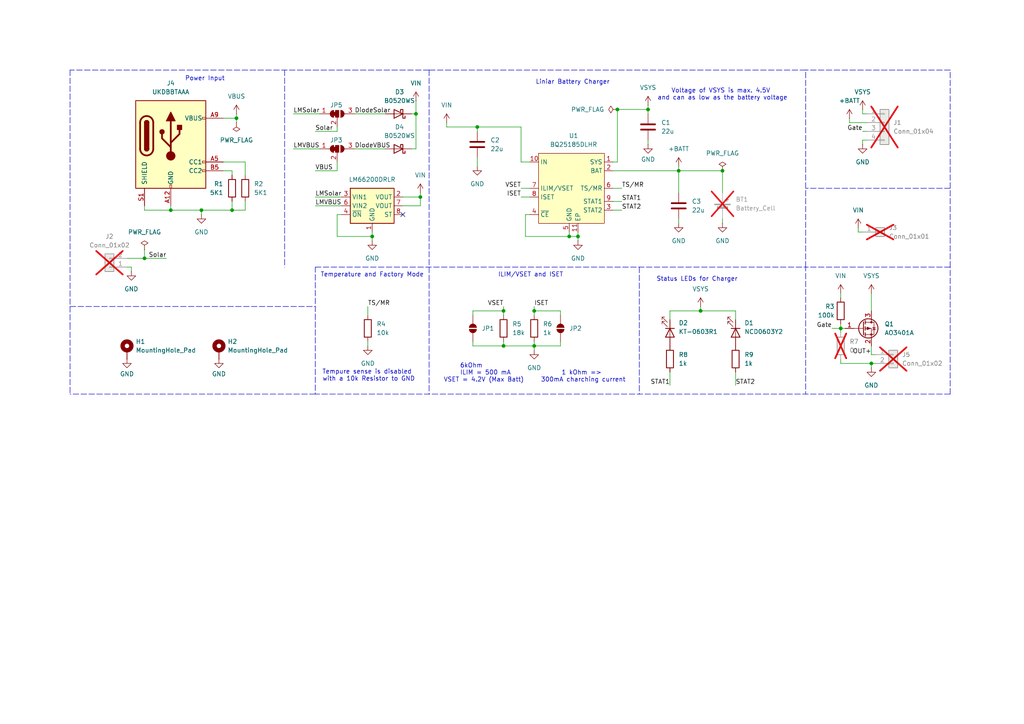
<source format=kicad_sch>
(kicad_sch (version 20250114) (generator "eeschema") (generator_version "9.0")
  (paper "A4")
  (lib_symbols
    (symbol "Connector:USB_C_Receptacle_PowerOnly_6P" (pin_names (offset 1.016))
      (property "Reference" "J" (at 0 16.51 0))
      (property "Value" "USB_C_Receptacle_PowerOnly_6P" (at 0 13.97 0))
      (symbol "USB_C_Receptacle_PowerOnly_6P_0_0"
        (rectangle (start -0.254 -12.7) (end 0.254 -11.684))
        (rectangle (start 10.16 7.874) (end 9.144 7.366))
        (rectangle (start 10.16 -4.826) (end 9.144 -5.334))
        (rectangle (start 10.16 -7.366) (end 9.144 -7.874))
      )
      (symbol "USB_C_Receptacle_PowerOnly_6P_0_1"
        (rectangle (start -10.16 12.7) (end 10.16 -12.7) (stroke (width 0.254)) (fill (type background)))
        (polyline (pts (xy -8.89 -1.27) (xy -8.89 6.35)) (stroke (width 0.508)))
        (rectangle (start -7.62 -1.27) (end -6.35 6.35) (stroke (width 0.254)) (fill (type outline)))
        (arc (start -7.62 6.35) (mid -6.985 6.9823) (end -6.35 6.35) (stroke (width 0.254)))
        (arc (start -7.62 6.35) (mid -6.985 6.9823) (end -6.35 6.35) (stroke (width 0.254)) (fill (type outline)))
        (arc (start -8.89 6.35) (mid -6.985 8.2467) (end -5.08 6.35) (stroke (width 0.508)))
        (arc (start -5.08 -1.27) (mid -6.985 -3.1667) (end -8.89 -1.27) (stroke (width 0.508)))
        (arc (start -6.35 -1.27) (mid -6.985 -1.9023) (end -7.62 -1.27) (stroke (width 0.254)))
        (arc (start -6.35 -1.27) (mid -6.985 -1.9023) (end -7.62 -1.27) (stroke (width 0.254)) (fill (type outline)))
        (polyline (pts (xy -5.08 6.35) (xy -5.08 -1.27)) (stroke (width 0.508)))
        (circle (center -2.54 3.683) (radius 0.635) (stroke (width 0.254)) (fill (type outline)))
        (polyline (pts (xy -1.27 6.858) (xy 0 9.398) (xy 1.27 6.858) (xy -1.27 6.858)) (stroke (width 0.254)) (fill (type outline)))
        (polyline (pts (xy 0 0.508) (xy 2.54 3.048) (xy 2.54 4.318)) (stroke (width 0.508)))
        (polyline (pts (xy 0 -0.762) (xy -2.54 1.778) (xy -2.54 3.048)) (stroke (width 0.508)))
        (polyline (pts (xy 0 -3.302) (xy 0 6.858)) (stroke (width 0.508)))
        (circle (center 0 -3.302) (radius 1.27) (fill (type outline)))
        (rectangle (start 1.905 4.318) (end 3.175 5.588) (stroke (width 0.254)) (fill (type outline)))
      )
      (symbol "USB_C_Receptacle_PowerOnly_6P_1_1"
        (pin passive line (at -7.62 -17.78 90) (length 5.08) (name "SHIELD") (number "S1"))
        (pin passive line (at 0 -17.78 90) (length 5.08) (name "GND") (number "A12"))
        (pin passive line (at 0 -17.78 90) (length 5.08) (hide yes) (name "GND") (number "B12"))
        (pin passive line (at 15.24 7.62 180) (length 5.08) (name "VBUS") (number "A9"))
        (pin passive line (at 15.24 7.62 180) (length 5.08) (hide yes) (name "VBUS") (number "B9"))
        (pin bidirectional line (at 15.24 -5.08 180) (length 5.08) (name "CC1") (number "A5"))
        (pin bidirectional line (at 15.24 -7.62 180) (length 5.08) (name "CC2") (number "B5"))
      )
    )
    (symbol "Connector_Generic:Conn_01x01" (pin_names (offset 1.016) (hide yes))
      (property "Reference" "J" (at 0 2.54 0))
      (property "Value" "Conn_01x01" (at 0 -2.54 0))
      (symbol "Conn_01x01_1_1"
        (rectangle (start -1.27 1.27) (end 1.27 -1.27) (stroke (width 0.254)) (fill (type background)))
        (rectangle (start -1.27 0.127) (end 0 -0.127) (stroke (width 0.1524)))
        (pin passive line (at -5.08 0 0) (length 3.81) (name "Pin_1") (number "1"))
      )
    )
    (symbol "Connector_Generic:Conn_01x02" (pin_names (offset 1.016) (hide yes))
      (property "Reference" "J" (at 0 2.54 0))
      (property "Value" "Conn_01x02" (at 0 -5.08 0))
      (symbol "Conn_01x02_1_1"
        (rectangle (start -1.27 1.27) (end 1.27 -3.81) (stroke (width 0.254)) (fill (type background)))
        (rectangle (start -1.27 0.127) (end 0 -0.127) (stroke (width 0.1524)))
        (rectangle (start -1.27 -2.413) (end 0 -2.667) (stroke (width 0.1524)))
        (pin passive line (at -5.08 0 0) (length 3.81) (name "Pin_1") (number "1"))
        (pin passive line (at -5.08 -2.54 0) (length 3.81) (name "Pin_2") (number "2"))
      )
    )
    (symbol "Connector_Generic:Conn_01x04" (pin_names (offset 1.016) (hide yes))
      (property "Reference" "J" (at 0 5.08 0))
      (property "Value" "Conn_01x04" (at 0 -7.62 0))
      (symbol "Conn_01x04_1_1"
        (rectangle (start -1.27 3.81) (end 1.27 -6.35) (stroke (width 0.254)) (fill (type background)))
        (rectangle (start -1.27 2.667) (end 0 2.413) (stroke (width 0.1524)))
        (rectangle (start -1.27 0.127) (end 0 -0.127) (stroke (width 0.1524)))
        (rectangle (start -1.27 -2.413) (end 0 -2.667) (stroke (width 0.1524)))
        (rectangle (start -1.27 -4.953) (end 0 -5.207) (stroke (width 0.1524)))
        (pin passive line (at -5.08 2.54 0) (length 3.81) (name "Pin_1") (number "1"))
        (pin passive line (at -5.08 0 0) (length 3.81) (name "Pin_2") (number "2"))
        (pin passive line (at -5.08 -2.54 0) (length 3.81) (name "Pin_3") (number "3"))
        (pin passive line (at -5.08 -5.08 0) (length 3.81) (name "Pin_4") (number "4"))
      )
    )
    (symbol "Device:Battery_Cell" (pin_numbers (hide yes)) (pin_names (offset 0) (hide yes))
      (property "Reference" "BT" (at 2.54 2.54 0))
      (property "Value" "Battery_Cell" (at 2.54 0 0))
      (symbol "Battery_Cell_0_1"
        (rectangle (start -2.286 1.778) (end 2.286 1.524) (fill (type outline)))
        (rectangle (start -1.524 1.016) (end 1.524 0.508) (fill (type outline)))
        (polyline (pts (xy 0 1.778) (xy 0 2.54)))
        (polyline (pts (xy 0 0.762) (xy 0 0)))
        (polyline (pts (xy 0.762 3.048) (xy 1.778 3.048)) (stroke (width 0.254)))
        (polyline (pts (xy 1.27 3.556) (xy 1.27 2.54)) (stroke (width 0.254)))
      )
      (symbol "Battery_Cell_1_1"
        (pin passive line (at 0 5.08 270) (length 2.54) (name "+") (number "1"))
        (pin passive line (at 0 -2.54 90) (length 2.54) (name "-") (number "2"))
      )
    )
    (symbol "Device:C" (pin_numbers (hide yes)) (pin_names (offset 0.254))
      (property "Reference" "C" (at 0.635 2.54 0))
      (property "Value" "C" (at 0.635 -2.54 0))
      (symbol "C_0_1"
        (polyline (pts (xy -2.032 0.762) (xy 2.032 0.762)) (stroke (width 0.508)))
        (polyline (pts (xy -2.032 -0.762) (xy 2.032 -0.762)) (stroke (width 0.508)))
      )
      (symbol "C_1_1"
        (pin passive line (at 0 3.81 270) (length 2.794) (name "~") (number "1"))
        (pin passive line (at 0 -3.81 90) (length 2.794) (name "~") (number "2"))
      )
    )
    (symbol "Device:D_Schottky" (pin_numbers (hide yes)) (pin_names (offset 1.016) (hide yes))
      (property "Reference" "D" (at 0 2.54 0))
      (property "Value" "D_Schottky" (at 0 -2.54 0))
      (symbol "D_Schottky_0_1"
        (polyline (pts (xy -1.905 0.635) (xy -1.905 1.27) (xy -1.27 1.27) (xy -1.27 -1.27) (xy -0.635 -1.27) (xy -0.635 -0.635)) (stroke (width 0.254)))
        (polyline (pts (xy 1.27 1.27) (xy 1.27 -1.27) (xy -1.27 0) (xy 1.27 1.27)) (stroke (width 0.254)))
        (polyline (pts (xy 1.27 0) (xy -1.27 0)))
      )
      (symbol "D_Schottky_1_1"
        (pin passive line (at -3.81 0 0) (length 2.54) (name "K") (number "1"))
        (pin passive line (at 3.81 0 180) (length 2.54) (name "A") (number "2"))
      )
    )
    (symbol "Device:LED" (pin_numbers (hide yes)) (pin_names (offset 1.016) (hide yes))
      (property "Reference" "D" (at 0 2.54 0))
      (property "Value" "LED" (at 0 -2.54 0))
      (symbol "LED_0_1"
        (polyline (pts (xy -3.048 -0.762) (xy -4.572 -2.286) (xy -3.81 -2.286) (xy -4.572 -2.286) (xy -4.572 -1.524)))
        (polyline (pts (xy -1.778 -0.762) (xy -3.302 -2.286) (xy -2.54 -2.286) (xy -3.302 -2.286) (xy -3.302 -1.524)))
        (polyline (pts (xy -1.27 0) (xy 1.27 0)))
        (polyline (pts (xy -1.27 -1.27) (xy -1.27 1.27)) (stroke (width 0.254)))
        (polyline (pts (xy 1.27 -1.27) (xy 1.27 1.27) (xy -1.27 0) (xy 1.27 -1.27)) (stroke (width 0.254)))
      )
      (symbol "LED_1_1"
        (pin passive line (at -3.81 0 0) (length 2.54) (name "K") (number "1"))
        (pin passive line (at 3.81 0 180) (length 2.54) (name "A") (number "2"))
      )
    )
    (symbol "Device:R" (pin_numbers (hide yes)) (pin_names (offset 0))
      (property "Reference" "R" (at 2.032 0 90))
      (property "Value" "R" (at 0 0 90))
      (symbol "R_0_1"
        (rectangle (start -1.016 -2.54) (end 1.016 2.54) (stroke (width 0.254)))
      )
      (symbol "R_1_1"
        (pin passive line (at 0 3.81 270) (length 1.27) (name "~") (number "1"))
        (pin passive line (at 0 -3.81 90) (length 1.27) (name "~") (number "2"))
      )
    )
    (symbol "EasyCAD:BQ25185DLHR"
      (property "Reference" "U" (at 0 10.16 0))
      (symbol "BQ25185DLHR_0_1"
        (pin unspecified line (at -12.7 5.08 0) (length 2.54) (name "IN") (number "10"))
        (pin unspecified line (at -12.7 -2.54 0) (length 2.54) (name "ILIM/VSET") (number "7"))
        (pin unspecified line (at -12.7 -5.08 0) (length 2.54) (name "ISET") (number "8"))
        (pin unspecified line (at -12.7 -10.16 0) (length 2.54) (name "~{CE}") (number "4"))
        (pin unspecified line (at -1.27 -15.24 90) (length 2.54) (name "GND") (number "5"))
        (pin unspecified line (at 1.27 -15.24 90) (length 2.54) (name "EP") (number "11"))
        (pin unspecified line (at 11.43 5.08 180) (length 2.54) (name "SYS") (number "1"))
        (pin unspecified line (at 11.43 2.54 180) (length 2.54) (name "BAT") (number "2"))
        (pin unspecified line (at 11.43 -2.54 180) (length 2.54) (name "TS/MR") (number "6"))
        (pin unspecified line (at 11.43 -6.35 180) (length 2.54) (name "STAT1") (number "9"))
        (pin unspecified line (at 11.43 -8.89 180) (length 2.54) (name "STAT2") (number "3"))
      )
      (symbol "BQ25185DLHR_1_1"
        (rectangle (start -10.16 7.62) (end 8.89 -12.7) (fill (type background)))
      )
    )
    (symbol "Jumper:SolderJumper_2_Open" (pin_numbers (hide yes)) (pin_names (offset 0) (hide yes)) (in_bom no)
      (property "Reference" "JP" (at 0 2.032 0))
      (property "Value" "SolderJumper_2_Open" (at 0 -2.54 0))
      (symbol "SolderJumper_2_Open_0_1"
        (polyline (pts (xy -0.254 1.016) (xy -0.254 -1.016)))
        (arc (start -0.254 -1.016) (mid -1.2656 0) (end -0.254 1.016))
        (arc (start -0.254 -1.016) (mid -1.2656 0) (end -0.254 1.016) (fill (type outline)))
        (arc (start 0.254 1.016) (mid 1.2656 0) (end 0.254 -1.016))
        (arc (start 0.254 1.016) (mid 1.2656 0) (end 0.254 -1.016) (fill (type outline)))
        (polyline (pts (xy 0.254 1.016) (xy 0.254 -1.016)))
      )
      (symbol "SolderJumper_2_Open_1_1"
        (pin passive line (at -3.81 0 0) (length 2.54) (name "A") (number "1"))
        (pin passive line (at 3.81 0 180) (length 2.54) (name "B") (number "2"))
      )
    )
    (symbol "Jumper:SolderJumper_3_Bridged12" (pin_names (offset 0) (hide yes)) (in_bom no)
      (property "Reference" "JP" (at -2.54 -2.54 0))
      (property "Value" "SolderJumper_3_Bridged12" (at 0 2.794 0))
      (symbol "SolderJumper_3_Bridged12_0_1"
        (polyline (pts (xy -2.54 0) (xy -2.032 0)))
        (polyline (pts (xy -1.016 1.016) (xy -1.016 -1.016)))
        (rectangle (start -1.016 0.508) (end -0.508 -0.508) (fill (type outline)))
        (arc (start -1.016 -1.016) (mid -2.0276 0) (end -1.016 1.016))
        (arc (start -1.016 -1.016) (mid -2.0276 0) (end -1.016 1.016) (fill (type outline)))
        (rectangle (start -0.508 1.016) (end 0.508 -1.016) (fill (type outline)))
        (polyline (pts (xy 0 -1.27) (xy 0 -1.016)))
        (arc (start 1.016 1.016) (mid 2.0276 0) (end 1.016 -1.016))
        (arc (start 1.016 1.016) (mid 2.0276 0) (end 1.016 -1.016) (fill (type outline)))
        (polyline (pts (xy 1.016 1.016) (xy 1.016 -1.016)))
        (polyline (pts (xy 2.54 0) (xy 2.032 0)))
      )
      (symbol "SolderJumper_3_Bridged12_1_1"
        (pin passive line (at -5.08 0 0) (length 2.54) (name "A") (number "1"))
        (pin passive line (at 0 -3.81 90) (length 2.54) (name "C") (number "2"))
        (pin passive line (at 5.08 0 180) (length 2.54) (name "B") (number "3"))
      )
    )
    (symbol "Mechanical:MountingHole_Pad" (pin_numbers (hide yes)) (pin_names (offset 1.016) (hide yes)) (in_bom no)
      (property "Reference" "H" (at 0 6.35 0))
      (property "Value" "MountingHole_Pad" (at 0 4.445 0))
      (symbol "MountingHole_Pad_0_1"
        (circle (center 0 1.27) (radius 1.27) (stroke (width 1.27)))
      )
      (symbol "MountingHole_Pad_1_1"
        (pin input line (at 0 -2.54 90) (length 2.54) (name "1") (number "1"))
      )
    )
    (symbol "TI:LM66200DRLR"
      (property "Reference" "U" (at -5.08 6.096 0))
      (property "Value" "LM66200DRLR" (at 0.254 -6.35 0))
      (symbol "LM66200DRLR_0_1"
        (rectangle (start -5.08 5.08) (end 7.62 -5.08) (stroke (width 0.254)) (fill (type background)))
      )
      (symbol "LM66200DRLR_1_0"
        (pin power_in line (at 1.27 -7.62 90) (length 2.54) (hide yes) (name "GND") (number "5"))
      )
      (symbol "LM66200DRLR_1_1"
        (pin power_in line (at -7.62 2.54 0) (length 2.54) (name "VIN1") (number "3"))
        (pin power_in line (at -7.62 0 0) (length 2.54) (name "VIN2") (number "6"))
        (pin input line (at -7.62 -2.54 0) (length 2.54) (name "~{ON}") (number "4"))
        (pin power_in line (at 1.27 -7.62 90) (length 2.54) (name "GND") (number "1"))
        (pin power_out line (at 10.16 2.54 180) (length 2.54) (name "VOUT") (number "2"))
        (pin power_out line (at 10.16 0 180) (length 2.54) (name "VOUT") (number "7"))
        (pin open_collector line (at 10.16 -2.54 180) (length 2.54) (name "ST") (number "8"))
      )
    )
    (symbol "Transistor_FET:AO3401A" (pin_names (hide yes))
      (property "Reference" "Q" (at 5.08 1.905 0))
      (property "Value" "AO3401A" (at 5.08 0 0))
      (symbol "AO3401A_0_1"
        (polyline (pts (xy 0.254 1.905) (xy 0.254 -1.905)) (stroke (width 0.254)))
        (polyline (pts (xy 0.254 0) (xy -2.54 0)))
        (polyline (pts (xy 0.762 2.286) (xy 0.762 1.27)) (stroke (width 0.254)))
        (polyline (pts (xy 0.762 1.778) (xy 3.302 1.778) (xy 3.302 -1.778) (xy 0.762 -1.778)))
        (polyline (pts (xy 0.762 0.508) (xy 0.762 -0.508)) (stroke (width 0.254)))
        (polyline (pts (xy 0.762 -1.27) (xy 0.762 -2.286)) (stroke (width 0.254)))
        (circle (center 1.651 0) (radius 2.794) (stroke (width 0.254)))
        (polyline (pts (xy 2.286 0) (xy 1.27 0.381) (xy 1.27 -0.381) (xy 2.286 0)) (fill (type outline)))
        (polyline (pts (xy 2.54 2.54) (xy 2.54 1.778)))
        (circle (center 2.54 1.778) (radius 0.254) (fill (type outline)))
        (circle (center 2.54 -1.778) (radius 0.254) (fill (type outline)))
        (polyline (pts (xy 2.54 -2.54) (xy 2.54 0) (xy 0.762 0)))
        (polyline (pts (xy 2.794 -0.508) (xy 2.921 -0.381) (xy 3.683 -0.381) (xy 3.81 -0.254)))
        (polyline (pts (xy 3.302 -0.381) (xy 2.921 0.254) (xy 3.683 0.254) (xy 3.302 -0.381)))
      )
      (symbol "AO3401A_1_1"
        (pin input line (at -5.08 0 0) (length 2.54) (name "G") (number "1"))
        (pin passive line (at 2.54 5.08 270) (length 2.54) (name "D") (number "3"))
        (pin passive line (at 2.54 -5.08 90) (length 2.54) (name "S") (number "2"))
      )
    )
    (symbol "power:+BATT" (power) (pin_numbers (hide yes)) (pin_names (offset 0) (hide yes))
      (property "Value" "+BATT" (at 0 3.556 0))
      (symbol "+BATT_0_1"
        (polyline (pts (xy -0.762 1.27) (xy 0 2.54)))
        (polyline (pts (xy 0 2.54) (xy 0.762 1.27)))
        (polyline (pts (xy 0 0) (xy 0 2.54)))
      )
      (symbol "+BATT_1_1"
        (pin power_in line (at 0 0 90) (length 0) (name "~") (number "1"))
      )
    )
    (symbol "power:GND" (power) (pin_numbers (hide yes)) (pin_names (offset 0) (hide yes))
      (property "Value" "GND" (at 0 -3.81 0))
      (symbol "GND_0_1"
        (polyline (pts (xy 0 0) (xy 0 -1.27) (xy 1.27 -1.27) (xy 0 -2.54) (xy -1.27 -1.27) (xy 0 -1.27)))
      )
      (symbol "GND_1_1"
        (pin power_in line (at 0 0 270) (length 0) (name "~") (number "1"))
      )
    )
    (symbol "power:PWR_FLAG" (power) (pin_numbers (hide yes)) (pin_names (offset 0) (hide yes))
      (property "Value" "PWR_FLAG" (at 0 3.81 0))
      (symbol "PWR_FLAG_0_0"
        (pin power_out line (at 0 0 90) (length 0) (name "~") (number "1"))
      )
      (symbol "PWR_FLAG_0_1"
        (polyline (pts (xy 0 0) (xy 0 1.27) (xy -1.016 1.905) (xy 0 2.54) (xy 1.016 1.905) (xy 0 1.27)))
      )
    )
    (symbol "power:VBUS" (power) (pin_numbers (hide yes)) (pin_names (offset 0) (hide yes))
      (property "Value" "VBUS" (at 0 3.556 0))
      (symbol "VBUS_0_1"
        (polyline (pts (xy -0.762 1.27) (xy 0 2.54)))
        (polyline (pts (xy 0 2.54) (xy 0.762 1.27)))
        (polyline (pts (xy 0 0) (xy 0 2.54)))
      )
      (symbol "VBUS_1_1"
        (pin power_in line (at 0 0 90) (length 0) (name "~") (number "1"))
      )
    )
    (symbol "power:VDD" (power) (pin_numbers (hide yes)) (pin_names (offset 0) (hide yes))
      (property "Value" "VDD" (at 0 3.556 0))
      (symbol "VDD_0_1"
        (polyline (pts (xy -0.762 1.27) (xy 0 2.54)))
        (polyline (pts (xy 0 2.54) (xy 0.762 1.27)))
        (polyline (pts (xy 0 0) (xy 0 2.54)))
      )
      (symbol "VDD_1_1"
        (pin power_in line (at 0 0 90) (length 0) (name "~") (number "1"))
      )
    )
  )
  (rectangle (start 91.44 77.47) (end 233.68 114.3) (stroke (width 0) (type dash)))
  (text "Status LEDs for Charger\n" (at 202.184 81.026 0) (effects (font (size 1.27 1.27))))
  (text "1 kOhm => \n300mA charching current\n" (at 169.164 109.22 0) (effects (font (size 1.27 1.27))))
  (text "Power Input\n" (at 59.436 22.86 0) (effects (font (size 1.27 1.27))))
  (text "ILIM/VSET and ISET" (at 153.924 79.756 0) (effects (font (size 1.27 1.27))))
  (text "Voltage of VSYS is max. 4.5V \nand can as low as the battery voltage" (at 209.55 27.432 0) (effects (font (size 1.27 1.27))))
  (text "Liniar Battery Charger\n" (at 166.116 23.876 0) (effects (font (size 1.27 1.27))))
  (text "Temperature and Factory Mode" (at 107.95 79.756 0) (effects (font (size 1.27 1.27))))
  (text "Tempure sense is disabled \nwith a 10k Resistor to GND\n" (at 106.934 108.966 0) (effects (font (size 1.27 1.27))))
  (text "6kOhm 	\n	ILIM = 500 mA\n	VSET = 4.2V (Max Batt) " (at 138.43 108.204 0) (effects (font (size 1.27 1.27))))
  (junction (at 179.07 31.75))
  (junction (at 138.43 36.83))
  (junction (at 68.58 34.29))
  (junction (at 252.73 105.41))
  (junction (at 58.42 60.96))
  (junction (at 107.95 68.58))
  (junction (at 203.2 90.17))
  (junction (at 49.53 60.96))
  (junction (at 154.94 100.33))
  (junction (at 243.84 95.25))
  (junction (at 165.1 68.58))
  (junction (at 41.91 74.93))
  (junction (at 187.96 31.75))
  (junction (at 154.94 90.17))
  (junction (at 121.92 57.15))
  (junction (at 120.65 33.02))
  (junction (at 209.55 49.53))
  (junction (at 146.05 100.33))
  (junction (at 196.85 49.53))
  (junction (at 146.05 90.17))
  (junction (at 167.64 68.58))
  (junction (at 67.31 60.96))
  (no_connect (at 116.84 62.23))
  (wire (pts (xy 119.38 43.18) (xy 120.65 43.18)))
  (wire (pts (xy 146.05 99.06) (xy 146.05 100.33)))
  (wire (pts (xy 85.09 33.02) (xy 92.71 33.02)))
  (polyline (pts (xy 275.59 20.32) (xy 233.68 20.32)) (stroke (width 0) (type dash)))
  (wire (pts (xy 187.96 30.48) (xy 187.96 31.75)))
  (polyline (pts (xy 124.46 77.47) (xy 124.46 114.3)) (stroke (width 0) (type dash)))
  (wire (pts (xy 137.16 90.17) (xy 146.05 90.17)))
  (wire (pts (xy 196.85 48.26) (xy 196.85 49.53)))
  (wire (pts (xy 165.1 67.31) (xy 165.1 68.58)))
  (wire (pts (xy 137.16 100.33) (xy 146.05 100.33)))
  (wire (pts (xy 85.09 43.18) (xy 92.71 43.18)))
  (wire (pts (xy 106.68 88.9) (xy 106.68 91.44)))
  (wire (pts (xy 106.68 100.33) (xy 106.68 99.06)))
  (wire (pts (xy 154.94 90.17) (xy 162.56 90.17)))
  (wire (pts (xy 251.46 40.64) (xy 250.19 40.64)))
  (wire (pts (xy 38.1 77.47) (xy 38.1 78.74)))
  (wire (pts (xy 187.96 33.02) (xy 187.96 31.75)))
  (wire (pts (xy 194.31 90.17) (xy 203.2 90.17)))
  (polyline (pts (xy 20.32 93.98) (xy 20.32 114.3)) (stroke (width 0) (type dash)))
  (wire (pts (xy 194.31 90.17) (xy 194.31 92.71)))
  (wire (pts (xy 97.79 46.99) (xy 97.79 49.53)))
  (wire (pts (xy 97.79 36.83) (xy 97.79 38.1)))
  (wire (pts (xy 252.73 85.09) (xy 252.73 90.17)))
  (wire (pts (xy 177.8 60.96) (xy 180.34 60.96)))
  (wire (pts (xy 68.58 33.02) (xy 68.58 34.29)))
  (wire (pts (xy 153.67 62.23) (xy 152.4 62.23)))
  (wire (pts (xy 41.91 60.96) (xy 49.53 60.96)))
  (wire (pts (xy 99.06 62.23) (xy 97.79 62.23)))
  (polyline (pts (xy 275.59 77.47) (xy 275.59 20.32)) (stroke (width 0) (type dash)))
  (wire (pts (xy 151.13 54.61) (xy 153.67 54.61)))
  (wire (pts (xy 107.95 68.58) (xy 107.95 69.85)))
  (wire (pts (xy 243.84 105.41) (xy 243.84 104.14)))
  (wire (pts (xy 102.87 43.18) (xy 111.76 43.18)))
  (polyline (pts (xy 233.68 77.47) (xy 233.68 20.32)) (stroke (width 0) (type dash)))
  (wire (pts (xy 167.64 68.58) (xy 167.64 69.85)))
  (wire (pts (xy 179.07 46.99) (xy 179.07 31.75)))
  (wire (pts (xy 58.42 60.96) (xy 58.42 62.23)))
  (wire (pts (xy 152.4 68.58) (xy 165.1 68.58)))
  (polyline (pts (xy 20.32 20.32) (xy 20.32 93.98)) (stroke (width 0) (type dash)))
  (wire (pts (xy 116.84 59.69) (xy 121.92 59.69)))
  (wire (pts (xy 154.94 99.06) (xy 154.94 100.33)))
  (wire (pts (xy 154.94 100.33) (xy 154.94 101.6)))
  (wire (pts (xy 137.16 99.06) (xy 137.16 100.33)))
  (wire (pts (xy 250.19 38.1) (xy 251.46 38.1)))
  (wire (pts (xy 246.38 35.56) (xy 251.46 35.56)))
  (wire (pts (xy 146.05 100.33) (xy 154.94 100.33)))
  (wire (pts (xy 254 102.87) (xy 252.73 102.87)))
  (wire (pts (xy 213.36 107.95) (xy 213.36 111.76)))
  (wire (pts (xy 248.92 66.04) (xy 248.92 67.31)))
  (wire (pts (xy 177.8 46.99) (xy 179.07 46.99)))
  (wire (pts (xy 245.11 95.25) (xy 243.84 95.25)))
  (wire (pts (xy 120.65 33.02) (xy 120.65 29.21)))
  (wire (pts (xy 119.38 33.02) (xy 120.65 33.02)))
  (wire (pts (xy 97.79 49.53) (xy 91.44 49.53)))
  (wire (pts (xy 246.38 34.29) (xy 246.38 35.56)))
  (polyline (pts (xy 124.46 20.32) (xy 20.32 20.32)) (stroke (width 0) (type dash)))
  (wire (pts (xy 177.8 49.53) (xy 196.85 49.53)))
  (polyline (pts (xy 91.44 114.3) (xy 20.32 114.3)) (stroke (width 0) (type dash)))
  (wire (pts (xy 151.13 46.99) (xy 153.67 46.99)))
  (wire (pts (xy 250.19 33.02) (xy 251.46 33.02)))
  (wire (pts (xy 213.36 90.17) (xy 213.36 92.71)))
  (wire (pts (xy 151.13 36.83) (xy 151.13 46.99)))
  (wire (pts (xy 68.58 35.56) (xy 68.58 34.29)))
  (wire (pts (xy 58.42 60.96) (xy 67.31 60.96)))
  (wire (pts (xy 121.92 57.15) (xy 121.92 59.69)))
  (wire (pts (xy 67.31 58.42) (xy 67.31 60.96)))
  (wire (pts (xy 49.53 59.69) (xy 49.53 60.96)))
  (polyline (pts (xy 20.32 88.9) (xy 91.44 88.9)) (stroke (width 0) (type dash)))
  (wire (pts (xy 64.77 49.53) (xy 67.31 49.53)))
  (polyline (pts (xy 275.59 114.3) (xy 275.59 77.47)) (stroke (width 0) (type dash)))
  (wire (pts (xy 177.8 54.61) (xy 180.34 54.61)))
  (wire (pts (xy 243.84 85.09) (xy 243.84 86.36)))
  (wire (pts (xy 49.53 60.96) (xy 58.42 60.96)))
  (wire (pts (xy 152.4 62.23) (xy 152.4 68.58)))
  (wire (pts (xy 146.05 88.9) (xy 146.05 90.17)))
  (wire (pts (xy 138.43 36.83) (xy 151.13 36.83)))
  (wire (pts (xy 254 105.41) (xy 252.73 105.41)))
  (wire (pts (xy 243.84 105.41) (xy 252.73 105.41)))
  (wire (pts (xy 71.12 50.8) (xy 71.12 46.99)))
  (wire (pts (xy 146.05 90.17) (xy 146.05 91.44)))
  (wire (pts (xy 121.92 55.88) (xy 121.92 57.15)))
  (wire (pts (xy 91.44 59.69) (xy 99.06 59.69)))
  (wire (pts (xy 129.54 35.56) (xy 129.54 36.83)))
  (wire (pts (xy 252.73 105.41) (xy 252.73 106.68)))
  (wire (pts (xy 120.65 43.18) (xy 120.65 33.02)))
  (wire (pts (xy 203.2 90.17) (xy 213.36 90.17)))
  (wire (pts (xy 252.73 100.33) (xy 252.73 102.87)))
  (wire (pts (xy 167.64 67.31) (xy 167.64 68.58)))
  (wire (pts (xy 91.44 57.15) (xy 99.06 57.15)))
  (wire (pts (xy 187.96 40.64) (xy 187.96 41.91)))
  (wire (pts (xy 41.91 59.69) (xy 41.91 60.96)))
  (wire (pts (xy 203.2 90.17) (xy 203.2 88.9)))
  (polyline (pts (xy 82.55 20.32) (xy 82.55 77.47)) (stroke (width 0) (type dash)))
  (wire (pts (xy 154.94 88.9) (xy 154.94 90.17)))
  (wire (pts (xy 209.55 55.88) (xy 209.55 49.53)))
  (wire (pts (xy 67.31 49.53) (xy 67.31 50.8)))
  (wire (pts (xy 36.83 77.47) (xy 38.1 77.47)))
  (wire (pts (xy 71.12 58.42) (xy 71.12 60.96)))
  (polyline (pts (xy 124.46 20.32) (xy 124.46 77.47)) (stroke (width 0) (type dash)))
  (wire (pts (xy 162.56 91.44) (xy 162.56 90.17)))
  (wire (pts (xy 241.3 95.25) (xy 243.84 95.25)))
  (wire (pts (xy 116.84 57.15) (xy 121.92 57.15)))
  (wire (pts (xy 138.43 38.1) (xy 138.43 36.83)))
  (polyline (pts (xy 275.59 77.47) (xy 233.68 77.47)) (stroke (width 0) (type dash)))
  (polyline (pts (xy 185.42 77.47) (xy 185.42 114.3)) (stroke (width 0) (type dash)))
  (wire (pts (xy 209.55 63.5) (xy 209.55 64.77)))
  (wire (pts (xy 196.85 49.53) (xy 196.85 55.88)))
  (wire (pts (xy 138.43 45.72) (xy 138.43 48.26)))
  (polyline (pts (xy 275.59 114.3) (xy 233.68 114.3)) (stroke (width 0) (type dash)))
  (wire (pts (xy 64.77 34.29) (xy 68.58 34.29)))
  (wire (pts (xy 196.85 64.77) (xy 196.85 63.5)))
  (wire (pts (xy 91.44 38.1) (xy 97.79 38.1)))
  (wire (pts (xy 97.79 68.58) (xy 107.95 68.58)))
  (wire (pts (xy 165.1 68.58) (xy 167.64 68.58)))
  (wire (pts (xy 36.83 74.93) (xy 41.91 74.93)))
  (wire (pts (xy 194.31 107.95) (xy 194.31 111.76)))
  (wire (pts (xy 41.91 72.39) (xy 41.91 74.93)))
  (polyline (pts (xy 233.68 20.32) (xy 124.46 20.32)) (stroke (width 0) (type dash)))
  (wire (pts (xy 154.94 100.33) (xy 162.56 100.33)))
  (wire (pts (xy 97.79 62.23) (xy 97.79 68.58)))
  (wire (pts (xy 250.19 40.64) (xy 250.19 41.91)))
  (wire (pts (xy 248.92 67.31) (xy 250.19 67.31)))
  (wire (pts (xy 250.19 31.75) (xy 250.19 33.02)))
  (wire (pts (xy 102.87 33.02) (xy 111.76 33.02)))
  (wire (pts (xy 179.07 31.75) (xy 187.96 31.75)))
  (wire (pts (xy 129.54 36.83) (xy 138.43 36.83)))
  (wire (pts (xy 137.16 91.44) (xy 137.16 90.17)))
  (wire (pts (xy 41.91 74.93) (xy 48.26 74.93)))
  (wire (pts (xy 67.31 60.96) (xy 71.12 60.96)))
  (wire (pts (xy 196.85 49.53) (xy 209.55 49.53)))
  (wire (pts (xy 107.95 67.31) (xy 107.95 68.58)))
  (wire (pts (xy 154.94 90.17) (xy 154.94 91.44)))
  (wire (pts (xy 162.56 99.06) (xy 162.56 100.33)))
  (polyline (pts (xy 275.59 54.61) (xy 233.68 54.61)) (stroke (width 0) (type dash)))
  (wire (pts (xy 243.84 95.25) (xy 243.84 96.52)))
  (wire (pts (xy 177.8 58.42) (xy 180.34 58.42)))
  (wire (pts (xy 151.13 57.15) (xy 153.67 57.15)))
  (wire (pts (xy 243.84 93.98) (xy 243.84 95.25)))
  (wire (pts (xy 71.12 46.99) (xy 64.77 46.99)))
  (label "VBUS" (at 91.44 49.53 0))
  (label "STAT1" (at 194.31 111.76 180))
  (label "OUT+" (at 252.73 102.87 180))
  (label "ISET" (at 154.94 88.9 0))
  (label "DiodeSolar" (at 102.87 33.02 0))
  (label "Gate" (at 250.19 38.1 180))
  (label "LMSolar" (at 85.09 33.02 0))
  (label "TS{slash}MR" (at 106.68 88.9 0))
  (label "STAT2" (at 213.36 111.76 0))
  (label "LMVBUS" (at 91.44 59.69 0))
  (label "Solar" (at 48.26 74.93 180))
  (label "Gate" (at 241.3 95.25 180))
  (label "ISET" (at 151.13 57.15 180))
  (label "STAT2" (at 180.34 60.96 0))
  (label "VSET" (at 151.13 54.61 180))
  (label "Solar" (at 91.44 38.1 0))
  (label "DiodeVBUS" (at 102.87 43.18 0))
  (label "VSET" (at 146.05 88.9 180))
  (label "LMVBUS" (at 85.09 43.18 0))
  (label "LMSolar" (at 91.44 57.15 0))
  (label "STAT1" (at 180.34 58.42 0))
  (label "TS{slash}MR" (at 180.34 54.61 0))
  (symbol (lib_id "Connector_Generic:Conn_01x04") (at 256.54 35.56 0) (unit 1) (in_bom no) (dnp yes)
    (property "Reference" "J1" (at 259.08 35.5599 0) (effects (justify left)))
    (property "Value" "Conn_01x04" (at 259.08 38.0999 0) (effects (justify left)))
    (property "Footprint" "Connector_PinHeader_1.00mm:PinHeader_1x04_P1.00mm_Vertical" (effects (hide yes)))
    (property "Description" "Generic connector, single row, 01x04, script generated (kicad-library-utils/schlib/autogen/connector/)" (effects (hide yes)))
  )
  (symbol (lib_id "power:GND") (at 58.42 62.23 0) (unit 1)
    (property "Reference" "#PWR017" (effects (hide yes)))
    (property "Value" "GND" (at 58.42 67.31 0))
    (property "Description" "Power symbol creates a global label with name \"GND\" , ground" (effects (hide yes)))
  )
  (symbol (lib_id "power:GND") (at 167.64 69.85 0) (unit 1)
    (property "Reference" "#PWR016" (effects (hide yes)))
    (property "Value" "GND" (at 167.64 74.93 0))
    (property "Description" "Power symbol creates a global label with name \"GND\" , ground" (effects (hide yes)))
  )
  (symbol (lib_id "power:PWR_FLAG") (at 179.07 31.75 90) (unit 1)
    (property "Reference" "#FLG01" (effects (hide yes)))
    (property "Value" "PWR_FLAG" (at 175.26 31.7499 90) (effects (justify left)))
    (property "Description" "Special symbol for telling ERC where power comes from" (effects (hide yes)))
  )
  (symbol (lib_id "Device:Battery_Cell") (at 209.55 60.96 0) (unit 1) (in_bom no) (dnp yes)
    (property "Reference" "BT1" (at 213.36 57.8484 0) (effects (justify left)))
    (property "Value" "Battery_Cell" (at 213.36 60.3884 0) (effects (justify left)))
    (property "Footprint" "Connector_JST:JST_PH_S2B-PH-K_1x02_P2.00mm_Horizontal" (effects (hide yes)))
    (property "Description" "Single-cell battery" (effects (hide yes)))
  )
  (symbol (lib_id "Device:C") (at 196.85 59.69 0) (unit 1)
    (property "Reference" "C3" (at 200.66 58.4199 0) (effects (justify left)))
    (property "Value" "22u" (at 200.66 60.9599 0) (effects (justify left)))
    (property "Footprint" "Capacitor_SMD:C_1206_3216Metric" (effects (hide yes)))
    (property "Description" "Unpolarized capacitor" (effects (hide yes)))
  )
  (symbol (lib_id "Device:LED") (at 213.36 96.52 270) (unit 1)
    (property "Reference" "D1" (at 215.9 93.6624 90) (effects (justify left)))
    (property "Value" "NCD0603Y2" (at 215.9 96.2024 90) (effects (justify left)))
    (property "Footprint" "LED_SMD:LED_0603_1608Metric" (effects (hide yes)))
    (property "Description" "Light emitting diode" (effects (hide yes)))
    (property "Sim.Pins" "1=K 2=A" (effects (hide yes)))
  )
  (symbol (lib_id "Device:R") (at 146.05 95.25 0) (unit 1)
    (property "Reference" "R5" (at 148.59 93.9799 0) (effects (justify left)))
    (property "Value" "18k" (at 148.59 96.5199 0) (effects (justify left)))
    (property "Footprint" "Resistor_SMD:R_0402_1005Metric" (effects (hide yes)))
    (property "Description" "Resistor" (effects (hide yes)))
  )
  (symbol (lib_id "Connector_Generic:Conn_01x02") (at 259.08 102.87 0) (unit 1) (in_bom no) (dnp yes)
    (property "Reference" "J5" (at 261.62 102.8699 0) (effects (justify left)))
    (property "Value" "Conn_01x02" (at 261.62 105.4099 0) (effects (justify left)))
    (property "Footprint" "Connector_PinHeader_2.00mm:PinHeader_1x02_P2.00mm_Vertical" (effects (hide yes)))
    (property "Description" "Generic connector, single row, 01x02, script generated (kicad-library-utils/schlib/autogen/connector/)" (effects (hide yes)))
  )
  (symbol (lib_id "power:+BATT") (at 246.38 34.29 0) (unit 1)
    (property "Reference" "#PWR03" (effects (hide yes)))
    (property "Value" "+BATT" (at 246.38 29.21 0))
    (property "Description" "Power symbol creates a global label with name \"+BATT\"" (effects (hide yes)))
  )
  (symbol (lib_id "power:GND") (at 196.85 64.77 0) (unit 1)
    (property "Reference" "#PWR014" (effects (hide yes)))
    (property "Value" "GND" (at 196.85 69.85 0))
    (property "Description" "Power symbol creates a global label with name \"GND\" , ground" (effects (hide yes)))
  )
  (symbol (lib_id "Jumper:SolderJumper_2_Open") (at 162.56 95.25 90) (unit 1) (in_bom no)
    (property "Reference" "JP2" (at 165.1 95.2499 90) (effects (justify right)))
    (property "Value" "SolderJumper_2_Open" (effects (hide yes)))
    (property "Footprint" "Jumper:SolderJumper-2_P1.3mm_Open_Pad1.0x1.5mm" (effects (hide yes)))
    (property "Description" "Solder Jumper, 2-pole, open" (effects (hide yes)))
  )
  (symbol (lib_id "power:PWR_FLAG") (at 68.58 35.56 180) (unit 1)
    (property "Reference" "#FLG04" (effects (hide yes)))
    (property "Value" "PWR_FLAG" (at 68.58 40.64 0))
    (property "Description" "Special symbol for telling ERC where power comes from" (effects (hide yes)))
  )
  (symbol (lib_id "power:VBUS") (at 203.2 88.9 0) (unit 1)
    (property "Reference" "#PWR020" (effects (hide yes)))
    (property "Value" "VSYS" (at 203.2 83.82 0))
    (property "Description" "Power symbol creates a global label with name \"VBUS\"" (effects (hide yes)))
  )
  (symbol (lib_id "power:VDD") (at 248.92 66.04 0) (unit 1)
    (property "Reference" "#PWR012" (effects (hide yes)))
    (property "Value" "VIN" (at 248.92 60.96 0))
    (property "Description" "Power symbol creates a global label with name \"VDD\"" (effects (hide yes)))
  )
  (symbol (lib_id "Device:R") (at 213.36 104.14 0) (unit 1)
    (property "Reference" "R9" (at 215.9 102.8699 0) (effects (justify left)))
    (property "Value" "1k" (at 215.9 105.4099 0) (effects (justify left)))
    (property "Footprint" "Resistor_SMD:R_0603_1608Metric" (effects (hide yes)))
    (property "Description" "Resistor" (effects (hide yes)))
  )
  (symbol (lib_id "Connector_Generic:Conn_01x01") (at 255.27 67.31 0) (unit 1) (in_bom no) (dnp yes)
    (property "Reference" "J3" (at 257.81 66.0399 0) (effects (justify left)))
    (property "Value" "Conn_01x01" (at 257.81 68.5799 0) (effects (justify left)))
    (property "Footprint" "Connector_PinHeader_1.00mm:PinHeader_1x01_P1.00mm_Vertical" (effects (hide yes)))
    (property "Description" "Generic connector, single row, 01x01, script generated (kicad-library-utils/schlib/autogen/connector/)" (effects (hide yes)))
  )
  (symbol (lib_id "power:GND") (at 252.73 106.68 0) (unit 1)
    (property "Reference" "#PWR025" (effects (hide yes)))
    (property "Value" "GND" (at 252.73 111.76 0))
    (property "Description" "Power symbol creates a global label with name \"GND\" , ground" (effects (hide yes)))
  )
  (symbol (lib_id "Device:R") (at 243.84 90.17 0) (unit 1)
    (property "Reference" "R3" (at 242.062 88.9 0) (effects (justify right)))
    (property "Value" "100k" (at 242.062 91.44 0) (effects (justify right)))
    (property "Footprint" "Resistor_SMD:R_0805_2012Metric_Pad1.20x1.40mm_HandSolder" (effects (hide yes)))
    (property "Description" "Resistor" (effects (hide yes)))
  )
  (symbol (lib_id "power:VDD") (at 252.73 85.09 0) (unit 1)
    (property "Reference" "#PWR019" (effects (hide yes)))
    (property "Value" "VSYS" (at 252.73 80.01 0))
    (property "Description" "Power symbol creates a global label with name \"VDD\"" (effects (hide yes)))
  )
  (symbol (lib_id "power:VDD") (at 187.96 30.48 0) (unit 1)
    (property "Reference" "#PWR01" (effects (hide yes)))
    (property "Value" "VSYS" (at 187.96 25.4 0))
    (property "Description" "Power symbol creates a global label with name \"VDD\"" (effects (hide yes)))
  )
  (symbol (lib_id "Device:R") (at 67.31 54.61 0) (unit 1)
    (property "Reference" "R1" (at 64.77 53.3399 0) (effects (justify right)))
    (property "Value" "5K1" (at 64.77 55.8799 0) (effects (justify right)))
    (property "Footprint" "Resistor_SMD:R_0402_1005Metric" (effects (hide yes)))
    (property "Description" "Resistor" (effects (hide yes)))
  )
  (symbol (lib_id "power:GND") (at 107.95 69.85 0) (unit 1)
    (property "Reference" "#PWR013" (effects (hide yes)))
    (property "Value" "GND" (at 107.95 74.93 0))
    (property "Description" "Power symbol creates a global label with name \"GND\" , ground" (effects (hide yes)))
  )
  (symbol (lib_id "power:VBUS") (at 68.58 33.02 0) (unit 1)
    (property "Reference" "#PWR011" (effects (hide yes)))
    (property "Value" "VBUS" (at 68.58 27.94 0))
    (property "Description" "Power symbol creates a global label with name \"VBUS\"" (effects (hide yes)))
  )
  (symbol (lib_id "Connector_Generic:Conn_01x02") (at 31.75 77.47 180) (unit 1) (in_bom no) (dnp yes)
    (property "Reference" "J2" (at 31.75 68.58 0))
    (property "Value" "Conn_01x02" (at 31.75 71.12 0))
    (property "Footprint" "Connector_PinHeader_2.00mm:PinHeader_1x02_P2.00mm_Vertical" (effects (hide yes)))
    (property "Description" "Generic connector, single row, 01x02, script generated (kicad-library-utils/schlib/autogen/connector/)" (effects (hide yes)))
  )
  (symbol (lib_id "Jumper:SolderJumper_3_Bridged12") (at 97.79 43.18 0) (unit 1) (in_bom no)
    (property "Reference" "JP3" (at 97.536 40.64 0))
    (property "Value" "SolderJumper_3_Bridged12" (effects (hide yes)))
    (property "Footprint" "Jumper:SolderJumper-3_P1.3mm_Bridged12_Pad1.0x1.5mm" (effects (hide yes)))
    (property "Description" "3-pole Solder Jumper, pins 1+2 closed/bridged" (effects (hide yes)))
  )
  (symbol (lib_id "power:GND") (at 63.5 104.14 0) (unit 1)
    (property "Reference" "#PWR024" (effects (hide yes)))
    (property "Value" "GND" (at 63.5 108.458 0))
    (property "Description" "Power symbol creates a global label with name \"GND\" , ground" (effects (hide yes)))
  )
  (symbol (lib_id "Jumper:SolderJumper_2_Open") (at 137.16 95.25 90) (unit 1) (in_bom no)
    (property "Reference" "JP1" (at 139.7 95.2499 90) (effects (justify right)))
    (property "Value" "SolderJumper_2_Open" (effects (hide yes)))
    (property "Footprint" "Jumper:SolderJumper-2_P1.3mm_Open_Pad1.0x1.5mm" (effects (hide yes)))
    (property "Description" "Solder Jumper, 2-pole, open" (effects (hide yes)))
  )
  (symbol (lib_id "Mechanical:MountingHole_Pad") (at 36.83 101.6 0) (unit 1) (in_bom no)
    (property "Reference" "H1" (at 39.37 99.0599 0) (effects (justify left)))
    (property "Value" "MountingHole_Pad" (at 39.37 101.5999 0) (effects (justify left)))
    (property "Footprint" "MountingHole:MountingHole_2.2mm_M2_DIN965_Pad" (effects (hide yes)))
    (property "Description" "Mounting Hole with connection" (effects (hide yes)))
  )
  (symbol (lib_id "Device:R") (at 106.68 95.25 0) (unit 1)
    (property "Reference" "R4" (at 109.22 93.9799 0) (effects (justify left)))
    (property "Value" "10k" (at 109.22 96.5199 0) (effects (justify left)))
    (property "Footprint" "Resistor_SMD:R_0402_1005Metric" (effects (hide yes)))
    (property "Description" "Resistor" (effects (hide yes)))
  )
  (symbol (lib_id "power:GND") (at 209.55 64.77 0) (unit 1)
    (property "Reference" "#PWR015" (effects (hide yes)))
    (property "Value" "GND" (at 209.55 69.85 0))
    (property "Description" "Power symbol creates a global label with name \"GND\" , ground" (effects (hide yes)))
  )
  (symbol (lib_id "Transistor_FET:AO3401A") (at 250.19 95.25 0) (unit 1)
    (property "Reference" "Q1" (at 256.54 93.9799 0) (effects (justify left)))
    (property "Value" "AO3401A" (at 256.54 96.5199 0) (effects (justify left)))
    (property "Footprint" "Package_TO_SOT_SMD:SOT-23" (effects (hide yes)))
    (property "Datasheet" "http://www.aosmd.com/pdfs/datasheet/AO3401A.pdf" (effects (hide yes)))
    (property "Description" "-4.0A Id, -30V Vds, P-Channel MOSFET, SOT-23" (effects (hide yes)))
  )
  (symbol (lib_id "power:VDD") (at 243.84 85.09 0) (unit 1)
    (property "Reference" "#PWR018" (effects (hide yes)))
    (property "Value" "VIN" (at 243.84 80.01 0))
    (property "Description" "Power symbol creates a global label with name \"VDD\"" (effects (hide yes)))
  )
  (symbol (lib_id "Device:D_Schottky") (at 115.57 33.02 180) (unit 1)
    (property "Reference" "D3" (at 115.8875 26.67 0))
    (property "Value" "B0520WS" (at 115.8875 29.21 0))
    (property "Footprint" "Diode_SMD:D_SOD-123" (effects (hide yes)))
    (property "Description" "Schottky diode" (effects (hide yes)))
  )
  (symbol (lib_id "power:GND") (at 138.43 48.26 0) (unit 1)
    (property "Reference" "#PWR08" (effects (hide yes)))
    (property "Value" "GND" (at 138.43 53.34 0))
    (property "Description" "Power symbol creates a global label with name \"GND\" , ground" (effects (hide yes)))
  )
  (symbol (lib_id "Device:R") (at 154.94 95.25 0) (unit 1)
    (property "Reference" "R6" (at 157.48 93.9799 0) (effects (justify left)))
    (property "Value" "1k" (at 157.48 96.5199 0) (effects (justify left)))
    (property "Footprint" "Resistor_SMD:R_0402_1005Metric" (effects (hide yes)))
    (property "Description" "Resistor" (effects (hide yes)))
  )
  (symbol (lib_id "Device:R") (at 71.12 54.61 0) (unit 1)
    (property "Reference" "R2" (at 73.66 53.3399 0) (effects (justify left)))
    (property "Value" "5K1" (at 73.66 55.8799 0) (effects (justify left)))
    (property "Footprint" "Resistor_SMD:R_0402_1005Metric" (effects (hide yes)))
    (property "Description" "Resistor" (effects (hide yes)))
  )
  (symbol (lib_id "Device:R") (at 243.84 100.33 0) (unit 1) (dnp yes)
    (property "Reference" "R7" (at 246.38 99.0599 0) (effects (justify left)))
    (property "Value" "0" (at 246.38 101.5999 0) (effects (justify left)))
    (property "Footprint" "Resistor_SMD:R_0805_2012Metric_Pad1.20x1.40mm_HandSolder" (effects (hide yes)))
    (property "Description" "Resistor" (effects (hide yes)))
  )
  (symbol (lib_id "Device:R") (at 194.31 104.14 0) (unit 1)
    (property "Reference" "R8" (at 196.85 102.8699 0) (effects (justify left)))
    (property "Value" "1k" (at 196.85 105.4099 0) (effects (justify left)))
    (property "Footprint" "Resistor_SMD:R_0603_1608Metric" (effects (hide yes)))
    (property "Description" "Resistor" (effects (hide yes)))
  )
  (symbol (lib_id "power:VDD") (at 250.19 31.75 0) (unit 1)
    (property "Reference" "#PWR02" (effects (hide yes)))
    (property "Value" "VSYS" (at 250.19 26.67 0))
    (property "Description" "Power symbol creates a global label with name \"VDD\"" (effects (hide yes)))
  )
  (symbol (lib_id "Jumper:SolderJumper_3_Bridged12") (at 97.79 33.02 0) (unit 1) (in_bom no)
    (property "Reference" "JP5" (at 97.536 30.48 0))
    (property "Value" "SolderJumper_3_Bridged12" (effects (hide yes)))
    (property "Footprint" "Jumper:SolderJumper-3_P1.3mm_Bridged12_Pad1.0x1.5mm" (effects (hide yes)))
    (property "Description" "3-pole Solder Jumper, pins 1+2 closed/bridged" (effects (hide yes)))
  )
  (symbol (lib_id "Device:C") (at 187.96 36.83 0) (unit 1)
    (property "Reference" "C1" (at 191.77 35.5599 0) (effects (justify left)))
    (property "Value" "22u" (at 191.77 38.0999 0) (effects (justify left)))
    (property "Footprint" "Capacitor_SMD:C_1206_3216Metric" (effects (hide yes)))
    (property "Description" "Unpolarized capacitor" (effects (hide yes)))
  )
  (symbol (lib_id "power:GND") (at 106.68 100.33 0) (unit 1)
    (property "Reference" "#PWR021" (effects (hide yes)))
    (property "Value" "GND" (at 106.68 105.41 0))
    (property "Description" "Power symbol creates a global label with name \"GND\" , ground" (effects (hide yes)))
  )
  (symbol (lib_id "power:+BATT") (at 196.85 48.26 0) (unit 1)
    (property "Reference" "#PWR09" (effects (hide yes)))
    (property "Value" "+BATT" (at 196.85 43.18 0))
    (property "Description" "Power symbol creates a global label with name \"+BATT\"" (effects (hide yes)))
  )
  (symbol (lib_id "EasyCAD:BQ25185DLHR") (at 166.37 52.07 0) (unit 1)
    (property "Reference" "U1" (at 166.37 39.37 0))
    (property "Value" "BQ25185DLHR" (at 166.37 41.91 0))
    (property "Footprint" "EasyEDA:WSON-10_L2.2-W2.0-P0.40-BL-EP_TI_DLH0010A" (effects (hide yes)))
    (property "LCSC Part" "C19725033" (effects (hide yes)))
  )
  (symbol (lib_id "power:GND") (at 154.94 101.6 0) (unit 1)
    (property "Reference" "#PWR022" (effects (hide yes)))
    (property "Value" "GND" (at 154.94 106.68 0))
    (property "Description" "Power symbol creates a global label with name \"GND\" , ground" (effects (hide yes)))
  )
  (symbol (lib_id "power:VDD") (at 120.65 29.21 0) (unit 1)
    (property "Reference" "#PWR026" (effects (hide yes)))
    (property "Value" "VIN" (at 120.65 24.13 0))
    (property "Description" "Power symbol creates a global label with name \"VDD\"" (effects (hide yes)))
  )
  (symbol (lib_id "power:GND") (at 250.19 41.91 0) (unit 1)
    (property "Reference" "#PWR06" (effects (hide yes)))
    (property "Value" "GND" (at 250.19 46.99 0))
    (property "Description" "Power symbol creates a global label with name \"GND\" , ground" (effects (hide yes)))
  )
  (symbol (lib_id "power:GND") (at 36.83 104.14 0) (unit 1)
    (property "Reference" "#PWR023" (effects (hide yes)))
    (property "Value" "GND" (at 36.83 108.458 0))
    (property "Description" "Power symbol creates a global label with name \"GND\" , ground" (effects (hide yes)))
  )
  (symbol (lib_id "power:VDD") (at 121.92 55.88 0) (unit 1)
    (property "Reference" "#PWR010" (effects (hide yes)))
    (property "Value" "VIN" (at 121.92 50.8 0))
    (property "Description" "Power symbol creates a global label with name \"VDD\"" (effects (hide yes)))
  )
  (symbol (lib_id "Mechanical:MountingHole_Pad") (at 63.5 101.6 0) (unit 1) (in_bom no)
    (property "Reference" "H2" (at 66.04 99.0599 0) (effects (justify left)))
    (property "Value" "MountingHole_Pad" (at 66.04 101.5999 0) (effects (justify left)))
    (property "Footprint" "MountingHole:MountingHole_2.2mm_M2_DIN965_Pad" (effects (hide yes)))
    (property "Description" "Mounting Hole with connection" (effects (hide yes)))
  )
  (symbol (lib_id "Device:D_Schottky") (at 115.57 43.18 180) (unit 1)
    (property "Reference" "D4" (at 115.8875 36.83 0))
    (property "Value" "B0520WS" (at 115.8875 39.37 0))
    (property "Footprint" "Diode_SMD:D_SOD-123" (effects (hide yes)))
    (property "Description" "Schottky diode" (effects (hide yes)))
  )
  (symbol (lib_id "power:GND") (at 187.96 41.91 0) (unit 1)
    (property "Reference" "#PWR07" (effects (hide yes)))
    (property "Value" "GND" (at 187.96 46.228 0))
    (property "Description" "Power symbol creates a global label with name \"GND\" , ground" (effects (hide yes)))
  )
  (symbol (lib_id "Connector:USB_C_Receptacle_PowerOnly_6P") (at 49.53 41.91 0) (unit 1)
    (property "Reference" "J4" (at 49.53 24.13 0))
    (property "Value" "UKDBBTAAA" (at 49.53 26.67 0))
    (property "Footprint" "Connector_USB:USB_C_Receptacle_HRO_TYPE-C-31-M-17" (effects (hide yes)))
    (property "Datasheet" "https://www.usb.org/sites/default/files/documents/usb_type-c.zip" (effects (hide yes)))
    (property "Description" "USB Power-Only 6P Type-C Receptacle connector" (effects (hide yes)))
  )
  (symbol (lib_id "power:GND") (at 38.1 78.74 0) (unit 1)
    (property "Reference" "#PWR05" (effects (hide yes)))
    (property "Value" "GND" (at 38.1 83.82 0))
    (property "Description" "Power symbol creates a global label with name \"GND\" , ground" (effects (hide yes)))
  )
  (symbol (lib_id "power:VDD") (at 129.54 35.56 0) (unit 1)
    (property "Reference" "#PWR04" (effects (hide yes)))
    (property "Value" "VIN" (at 129.54 30.48 0))
    (property "Description" "Power symbol creates a global label with name \"VDD\"" (effects (hide yes)))
  )
  (symbol (lib_id "Device:C") (at 138.43 41.91 0) (unit 1)
    (property "Reference" "C2" (at 142.24 40.6399 0) (effects (justify left)))
    (property "Value" "22u" (at 142.24 43.1799 0) (effects (justify left)))
    (property "Footprint" "Capacitor_SMD:C_1206_3216Metric" (effects (hide yes)))
    (property "Description" "Unpolarized capacitor" (effects (hide yes)))
  )
  (symbol (lib_id "Device:LED") (at 194.31 96.52 270) (unit 1)
    (property "Reference" "D2" (at 196.85 93.6624 90) (effects (justify left)))
    (property "Value" "KT-0603R1" (at 196.85 96.2024 90) (effects (justify left)))
    (property "Footprint" "LED_SMD:LED_0603_1608Metric" (effects (hide yes)))
    (property "Description" "Light emitting diode" (effects (hide yes)))
    (property "Sim.Pins" "1=K 2=A" (effects (hide yes)))
  )
  (symbol (lib_id "power:PWR_FLAG") (at 209.55 49.53 0) (unit 1)
    (property "Reference" "#FLG03" (effects (hide yes)))
    (property "Value" "PWR_FLAG" (at 209.55 44.45 0))
    (property "Description" "Special symbol for telling ERC where power comes from" (effects (hide yes)))
  )
  (symbol (lib_id "TI:LM66200DRLR") (at 106.68 59.69 0) (unit 1)
    (property "Reference" "U2" (effects (hide yes)))
    (property "Value" "LM66200DRLR" (at 107.95 52.07 0))
    (property "Footprint" "EasyEDA:SOT-8 TI" (effects (hide yes)))
    (property "Datasheet" "https://www.ti.com/lit/ds/symlink/lm66200.pdf" (effects (hide yes)))
    (property "Description" "1.6 V to 5 V, 2.5-A Dual Ideal Diode With Automatic Switchover" (effects (hide yes)))
  )
  (symbol (lib_id "power:PWR_FLAG") (at 41.91 72.39 0) (unit 1)
    (property "Reference" "#FLG02" (effects (hide yes)))
    (property "Value" "PWR_FLAG" (at 41.91 67.31 0))
    (property "Description" "Special symbol for telling ERC where power comes from" (effects (hide yes)))
  )
)
</source>
